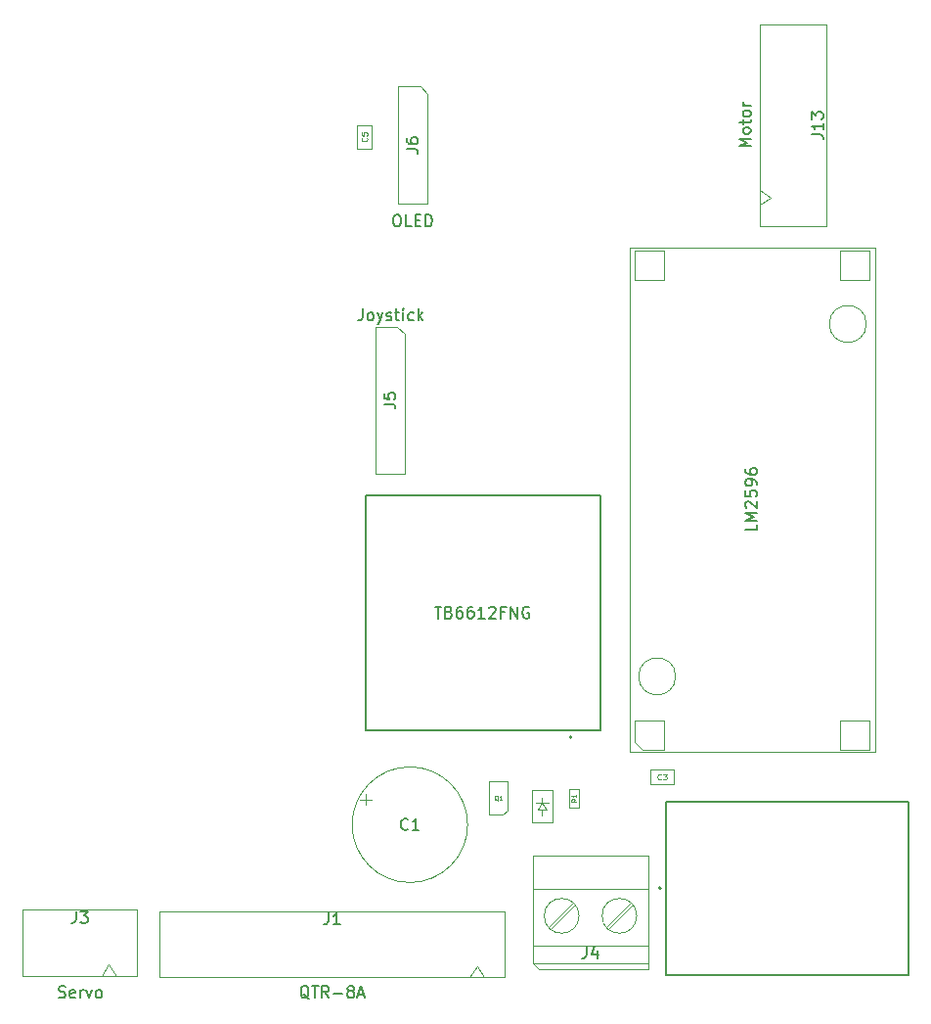
<source format=gbr>
%TF.GenerationSoftware,KiCad,Pcbnew,9.0.3*%
%TF.CreationDate,2026-01-04T16:05:15+07:00*%
%TF.ProjectId,shield,73686965-6c64-42e6-9b69-6361645f7063,rev?*%
%TF.SameCoordinates,Original*%
%TF.FileFunction,AssemblyDrawing,Top*%
%FSLAX46Y46*%
G04 Gerber Fmt 4.6, Leading zero omitted, Abs format (unit mm)*
G04 Created by KiCad (PCBNEW 9.0.3) date 2026-01-04 16:05:15*
%MOMM*%
%LPD*%
G01*
G04 APERTURE LIST*
%ADD10C,0.150000*%
%ADD11C,0.060000*%
%ADD12C,0.080000*%
%ADD13C,0.100000*%
%ADD14C,0.127000*%
%ADD15C,0.200000*%
G04 APERTURE END LIST*
D10*
X159929818Y-86424419D02*
X159929818Y-87138704D01*
X159929818Y-87138704D02*
X159882199Y-87281561D01*
X159882199Y-87281561D02*
X159786961Y-87376800D01*
X159786961Y-87376800D02*
X159644104Y-87424419D01*
X159644104Y-87424419D02*
X159548866Y-87424419D01*
X160548866Y-87424419D02*
X160453628Y-87376800D01*
X160453628Y-87376800D02*
X160406009Y-87329180D01*
X160406009Y-87329180D02*
X160358390Y-87233942D01*
X160358390Y-87233942D02*
X160358390Y-86948228D01*
X160358390Y-86948228D02*
X160406009Y-86852990D01*
X160406009Y-86852990D02*
X160453628Y-86805371D01*
X160453628Y-86805371D02*
X160548866Y-86757752D01*
X160548866Y-86757752D02*
X160691723Y-86757752D01*
X160691723Y-86757752D02*
X160786961Y-86805371D01*
X160786961Y-86805371D02*
X160834580Y-86852990D01*
X160834580Y-86852990D02*
X160882199Y-86948228D01*
X160882199Y-86948228D02*
X160882199Y-87233942D01*
X160882199Y-87233942D02*
X160834580Y-87329180D01*
X160834580Y-87329180D02*
X160786961Y-87376800D01*
X160786961Y-87376800D02*
X160691723Y-87424419D01*
X160691723Y-87424419D02*
X160548866Y-87424419D01*
X161215533Y-86757752D02*
X161453628Y-87424419D01*
X161691723Y-86757752D02*
X161453628Y-87424419D01*
X161453628Y-87424419D02*
X161358390Y-87662514D01*
X161358390Y-87662514D02*
X161310771Y-87710133D01*
X161310771Y-87710133D02*
X161215533Y-87757752D01*
X162025057Y-87376800D02*
X162120295Y-87424419D01*
X162120295Y-87424419D02*
X162310771Y-87424419D01*
X162310771Y-87424419D02*
X162406009Y-87376800D01*
X162406009Y-87376800D02*
X162453628Y-87281561D01*
X162453628Y-87281561D02*
X162453628Y-87233942D01*
X162453628Y-87233942D02*
X162406009Y-87138704D01*
X162406009Y-87138704D02*
X162310771Y-87091085D01*
X162310771Y-87091085D02*
X162167914Y-87091085D01*
X162167914Y-87091085D02*
X162072676Y-87043466D01*
X162072676Y-87043466D02*
X162025057Y-86948228D01*
X162025057Y-86948228D02*
X162025057Y-86900609D01*
X162025057Y-86900609D02*
X162072676Y-86805371D01*
X162072676Y-86805371D02*
X162167914Y-86757752D01*
X162167914Y-86757752D02*
X162310771Y-86757752D01*
X162310771Y-86757752D02*
X162406009Y-86805371D01*
X162739343Y-86757752D02*
X163120295Y-86757752D01*
X162882200Y-86424419D02*
X162882200Y-87281561D01*
X162882200Y-87281561D02*
X162929819Y-87376800D01*
X162929819Y-87376800D02*
X163025057Y-87424419D01*
X163025057Y-87424419D02*
X163120295Y-87424419D01*
X163453629Y-87424419D02*
X163453629Y-86757752D01*
X163453629Y-86424419D02*
X163406010Y-86472038D01*
X163406010Y-86472038D02*
X163453629Y-86519657D01*
X163453629Y-86519657D02*
X163501248Y-86472038D01*
X163501248Y-86472038D02*
X163453629Y-86424419D01*
X163453629Y-86424419D02*
X163453629Y-86519657D01*
X164358390Y-87376800D02*
X164263152Y-87424419D01*
X164263152Y-87424419D02*
X164072676Y-87424419D01*
X164072676Y-87424419D02*
X163977438Y-87376800D01*
X163977438Y-87376800D02*
X163929819Y-87329180D01*
X163929819Y-87329180D02*
X163882200Y-87233942D01*
X163882200Y-87233942D02*
X163882200Y-86948228D01*
X163882200Y-86948228D02*
X163929819Y-86852990D01*
X163929819Y-86852990D02*
X163977438Y-86805371D01*
X163977438Y-86805371D02*
X164072676Y-86757752D01*
X164072676Y-86757752D02*
X164263152Y-86757752D01*
X164263152Y-86757752D02*
X164358390Y-86805371D01*
X164786962Y-87424419D02*
X164786962Y-86424419D01*
X164882200Y-87043466D02*
X165167914Y-87424419D01*
X165167914Y-86757752D02*
X164786962Y-87138704D01*
X161785819Y-94673533D02*
X162500104Y-94673533D01*
X162500104Y-94673533D02*
X162642961Y-94721152D01*
X162642961Y-94721152D02*
X162738200Y-94816390D01*
X162738200Y-94816390D02*
X162785819Y-94959247D01*
X162785819Y-94959247D02*
X162785819Y-95054485D01*
X161785819Y-93721152D02*
X161785819Y-94197342D01*
X161785819Y-94197342D02*
X162262009Y-94244961D01*
X162262009Y-94244961D02*
X162214390Y-94197342D01*
X162214390Y-94197342D02*
X162166771Y-94102104D01*
X162166771Y-94102104D02*
X162166771Y-93864009D01*
X162166771Y-93864009D02*
X162214390Y-93768771D01*
X162214390Y-93768771D02*
X162262009Y-93721152D01*
X162262009Y-93721152D02*
X162357247Y-93673533D01*
X162357247Y-93673533D02*
X162595342Y-93673533D01*
X162595342Y-93673533D02*
X162690580Y-93721152D01*
X162690580Y-93721152D02*
X162738200Y-93768771D01*
X162738200Y-93768771D02*
X162785819Y-93864009D01*
X162785819Y-93864009D02*
X162785819Y-94102104D01*
X162785819Y-94102104D02*
X162738200Y-94197342D01*
X162738200Y-94197342D02*
X162690580Y-94244961D01*
X163871856Y-131398180D02*
X163824237Y-131445800D01*
X163824237Y-131445800D02*
X163681380Y-131493419D01*
X163681380Y-131493419D02*
X163586142Y-131493419D01*
X163586142Y-131493419D02*
X163443285Y-131445800D01*
X163443285Y-131445800D02*
X163348047Y-131350561D01*
X163348047Y-131350561D02*
X163300428Y-131255323D01*
X163300428Y-131255323D02*
X163252809Y-131064847D01*
X163252809Y-131064847D02*
X163252809Y-130921990D01*
X163252809Y-130921990D02*
X163300428Y-130731514D01*
X163300428Y-130731514D02*
X163348047Y-130636276D01*
X163348047Y-130636276D02*
X163443285Y-130541038D01*
X163443285Y-130541038D02*
X163586142Y-130493419D01*
X163586142Y-130493419D02*
X163681380Y-130493419D01*
X163681380Y-130493419D02*
X163824237Y-130541038D01*
X163824237Y-130541038D02*
X163871856Y-130588657D01*
X164824237Y-131493419D02*
X164252809Y-131493419D01*
X164538523Y-131493419D02*
X164538523Y-130493419D01*
X164538523Y-130493419D02*
X164443285Y-130636276D01*
X164443285Y-130636276D02*
X164348047Y-130731514D01*
X164348047Y-130731514D02*
X164252809Y-130779133D01*
X166194743Y-112185219D02*
X166766171Y-112185219D01*
X166480457Y-113185219D02*
X166480457Y-112185219D01*
X167432838Y-112661409D02*
X167575695Y-112709028D01*
X167575695Y-112709028D02*
X167623314Y-112756647D01*
X167623314Y-112756647D02*
X167670933Y-112851885D01*
X167670933Y-112851885D02*
X167670933Y-112994742D01*
X167670933Y-112994742D02*
X167623314Y-113089980D01*
X167623314Y-113089980D02*
X167575695Y-113137600D01*
X167575695Y-113137600D02*
X167480457Y-113185219D01*
X167480457Y-113185219D02*
X167099505Y-113185219D01*
X167099505Y-113185219D02*
X167099505Y-112185219D01*
X167099505Y-112185219D02*
X167432838Y-112185219D01*
X167432838Y-112185219D02*
X167528076Y-112232838D01*
X167528076Y-112232838D02*
X167575695Y-112280457D01*
X167575695Y-112280457D02*
X167623314Y-112375695D01*
X167623314Y-112375695D02*
X167623314Y-112470933D01*
X167623314Y-112470933D02*
X167575695Y-112566171D01*
X167575695Y-112566171D02*
X167528076Y-112613790D01*
X167528076Y-112613790D02*
X167432838Y-112661409D01*
X167432838Y-112661409D02*
X167099505Y-112661409D01*
X168528076Y-112185219D02*
X168337600Y-112185219D01*
X168337600Y-112185219D02*
X168242362Y-112232838D01*
X168242362Y-112232838D02*
X168194743Y-112280457D01*
X168194743Y-112280457D02*
X168099505Y-112423314D01*
X168099505Y-112423314D02*
X168051886Y-112613790D01*
X168051886Y-112613790D02*
X168051886Y-112994742D01*
X168051886Y-112994742D02*
X168099505Y-113089980D01*
X168099505Y-113089980D02*
X168147124Y-113137600D01*
X168147124Y-113137600D02*
X168242362Y-113185219D01*
X168242362Y-113185219D02*
X168432838Y-113185219D01*
X168432838Y-113185219D02*
X168528076Y-113137600D01*
X168528076Y-113137600D02*
X168575695Y-113089980D01*
X168575695Y-113089980D02*
X168623314Y-112994742D01*
X168623314Y-112994742D02*
X168623314Y-112756647D01*
X168623314Y-112756647D02*
X168575695Y-112661409D01*
X168575695Y-112661409D02*
X168528076Y-112613790D01*
X168528076Y-112613790D02*
X168432838Y-112566171D01*
X168432838Y-112566171D02*
X168242362Y-112566171D01*
X168242362Y-112566171D02*
X168147124Y-112613790D01*
X168147124Y-112613790D02*
X168099505Y-112661409D01*
X168099505Y-112661409D02*
X168051886Y-112756647D01*
X169480457Y-112185219D02*
X169289981Y-112185219D01*
X169289981Y-112185219D02*
X169194743Y-112232838D01*
X169194743Y-112232838D02*
X169147124Y-112280457D01*
X169147124Y-112280457D02*
X169051886Y-112423314D01*
X169051886Y-112423314D02*
X169004267Y-112613790D01*
X169004267Y-112613790D02*
X169004267Y-112994742D01*
X169004267Y-112994742D02*
X169051886Y-113089980D01*
X169051886Y-113089980D02*
X169099505Y-113137600D01*
X169099505Y-113137600D02*
X169194743Y-113185219D01*
X169194743Y-113185219D02*
X169385219Y-113185219D01*
X169385219Y-113185219D02*
X169480457Y-113137600D01*
X169480457Y-113137600D02*
X169528076Y-113089980D01*
X169528076Y-113089980D02*
X169575695Y-112994742D01*
X169575695Y-112994742D02*
X169575695Y-112756647D01*
X169575695Y-112756647D02*
X169528076Y-112661409D01*
X169528076Y-112661409D02*
X169480457Y-112613790D01*
X169480457Y-112613790D02*
X169385219Y-112566171D01*
X169385219Y-112566171D02*
X169194743Y-112566171D01*
X169194743Y-112566171D02*
X169099505Y-112613790D01*
X169099505Y-112613790D02*
X169051886Y-112661409D01*
X169051886Y-112661409D02*
X169004267Y-112756647D01*
X170528076Y-113185219D02*
X169956648Y-113185219D01*
X170242362Y-113185219D02*
X170242362Y-112185219D01*
X170242362Y-112185219D02*
X170147124Y-112328076D01*
X170147124Y-112328076D02*
X170051886Y-112423314D01*
X170051886Y-112423314D02*
X169956648Y-112470933D01*
X170909029Y-112280457D02*
X170956648Y-112232838D01*
X170956648Y-112232838D02*
X171051886Y-112185219D01*
X171051886Y-112185219D02*
X171289981Y-112185219D01*
X171289981Y-112185219D02*
X171385219Y-112232838D01*
X171385219Y-112232838D02*
X171432838Y-112280457D01*
X171432838Y-112280457D02*
X171480457Y-112375695D01*
X171480457Y-112375695D02*
X171480457Y-112470933D01*
X171480457Y-112470933D02*
X171432838Y-112613790D01*
X171432838Y-112613790D02*
X170861410Y-113185219D01*
X170861410Y-113185219D02*
X171480457Y-113185219D01*
X172242362Y-112661409D02*
X171909029Y-112661409D01*
X171909029Y-113185219D02*
X171909029Y-112185219D01*
X171909029Y-112185219D02*
X172385219Y-112185219D01*
X172766172Y-113185219D02*
X172766172Y-112185219D01*
X172766172Y-112185219D02*
X173337600Y-113185219D01*
X173337600Y-113185219D02*
X173337600Y-112185219D01*
X174337600Y-112232838D02*
X174242362Y-112185219D01*
X174242362Y-112185219D02*
X174099505Y-112185219D01*
X174099505Y-112185219D02*
X173956648Y-112232838D01*
X173956648Y-112232838D02*
X173861410Y-112328076D01*
X173861410Y-112328076D02*
X173813791Y-112423314D01*
X173813791Y-112423314D02*
X173766172Y-112613790D01*
X173766172Y-112613790D02*
X173766172Y-112756647D01*
X173766172Y-112756647D02*
X173813791Y-112947123D01*
X173813791Y-112947123D02*
X173861410Y-113042361D01*
X173861410Y-113042361D02*
X173956648Y-113137600D01*
X173956648Y-113137600D02*
X174099505Y-113185219D01*
X174099505Y-113185219D02*
X174194743Y-113185219D01*
X174194743Y-113185219D02*
X174337600Y-113137600D01*
X174337600Y-113137600D02*
X174385219Y-113089980D01*
X174385219Y-113089980D02*
X174385219Y-112756647D01*
X174385219Y-112756647D02*
X174194743Y-112756647D01*
D11*
X178439127Y-128819266D02*
X178248651Y-128952599D01*
X178439127Y-129047837D02*
X178039127Y-129047837D01*
X178039127Y-129047837D02*
X178039127Y-128895456D01*
X178039127Y-128895456D02*
X178058175Y-128857361D01*
X178058175Y-128857361D02*
X178077222Y-128838314D01*
X178077222Y-128838314D02*
X178115318Y-128819266D01*
X178115318Y-128819266D02*
X178172460Y-128819266D01*
X178172460Y-128819266D02*
X178210556Y-128838314D01*
X178210556Y-128838314D02*
X178229603Y-128857361D01*
X178229603Y-128857361D02*
X178248651Y-128895456D01*
X178248651Y-128895456D02*
X178248651Y-129047837D01*
X178439127Y-128438314D02*
X178439127Y-128666885D01*
X178439127Y-128552599D02*
X178039127Y-128552599D01*
X178039127Y-128552599D02*
X178096270Y-128590695D01*
X178096270Y-128590695D02*
X178134365Y-128628790D01*
X178134365Y-128628790D02*
X178153413Y-128666885D01*
X171665904Y-128961322D02*
X171627809Y-128942275D01*
X171627809Y-128942275D02*
X171589714Y-128904180D01*
X171589714Y-128904180D02*
X171532571Y-128847037D01*
X171532571Y-128847037D02*
X171494476Y-128827989D01*
X171494476Y-128827989D02*
X171456380Y-128827989D01*
X171475428Y-128923227D02*
X171437333Y-128904180D01*
X171437333Y-128904180D02*
X171399238Y-128866084D01*
X171399238Y-128866084D02*
X171380190Y-128789894D01*
X171380190Y-128789894D02*
X171380190Y-128656560D01*
X171380190Y-128656560D02*
X171399238Y-128580370D01*
X171399238Y-128580370D02*
X171437333Y-128542275D01*
X171437333Y-128542275D02*
X171475428Y-128523227D01*
X171475428Y-128523227D02*
X171551619Y-128523227D01*
X171551619Y-128523227D02*
X171589714Y-128542275D01*
X171589714Y-128542275D02*
X171627809Y-128580370D01*
X171627809Y-128580370D02*
X171646857Y-128656560D01*
X171646857Y-128656560D02*
X171646857Y-128789894D01*
X171646857Y-128789894D02*
X171627809Y-128866084D01*
X171627809Y-128866084D02*
X171589714Y-128904180D01*
X171589714Y-128904180D02*
X171551619Y-128923227D01*
X171551619Y-128923227D02*
X171475428Y-128923227D01*
X172027809Y-128923227D02*
X171799238Y-128923227D01*
X171913524Y-128923227D02*
X171913524Y-128523227D01*
X171913524Y-128523227D02*
X171875428Y-128580370D01*
X171875428Y-128580370D02*
X171837333Y-128618465D01*
X171837333Y-128618465D02*
X171799238Y-128637513D01*
D10*
X162834819Y-78297819D02*
X163025295Y-78297819D01*
X163025295Y-78297819D02*
X163120533Y-78345438D01*
X163120533Y-78345438D02*
X163215771Y-78440676D01*
X163215771Y-78440676D02*
X163263390Y-78631152D01*
X163263390Y-78631152D02*
X163263390Y-78964485D01*
X163263390Y-78964485D02*
X163215771Y-79154961D01*
X163215771Y-79154961D02*
X163120533Y-79250200D01*
X163120533Y-79250200D02*
X163025295Y-79297819D01*
X163025295Y-79297819D02*
X162834819Y-79297819D01*
X162834819Y-79297819D02*
X162739581Y-79250200D01*
X162739581Y-79250200D02*
X162644343Y-79154961D01*
X162644343Y-79154961D02*
X162596724Y-78964485D01*
X162596724Y-78964485D02*
X162596724Y-78631152D01*
X162596724Y-78631152D02*
X162644343Y-78440676D01*
X162644343Y-78440676D02*
X162739581Y-78345438D01*
X162739581Y-78345438D02*
X162834819Y-78297819D01*
X164168152Y-79297819D02*
X163691962Y-79297819D01*
X163691962Y-79297819D02*
X163691962Y-78297819D01*
X164501486Y-78774009D02*
X164834819Y-78774009D01*
X164977676Y-79297819D02*
X164501486Y-79297819D01*
X164501486Y-79297819D02*
X164501486Y-78297819D01*
X164501486Y-78297819D02*
X164977676Y-78297819D01*
X165406248Y-79297819D02*
X165406248Y-78297819D01*
X165406248Y-78297819D02*
X165644343Y-78297819D01*
X165644343Y-78297819D02*
X165787200Y-78345438D01*
X165787200Y-78345438D02*
X165882438Y-78440676D01*
X165882438Y-78440676D02*
X165930057Y-78535914D01*
X165930057Y-78535914D02*
X165977676Y-78726390D01*
X165977676Y-78726390D02*
X165977676Y-78869247D01*
X165977676Y-78869247D02*
X165930057Y-79059723D01*
X165930057Y-79059723D02*
X165882438Y-79154961D01*
X165882438Y-79154961D02*
X165787200Y-79250200D01*
X165787200Y-79250200D02*
X165644343Y-79297819D01*
X165644343Y-79297819D02*
X165406248Y-79297819D01*
X163742019Y-72596333D02*
X164456304Y-72596333D01*
X164456304Y-72596333D02*
X164599161Y-72643952D01*
X164599161Y-72643952D02*
X164694400Y-72739190D01*
X164694400Y-72739190D02*
X164742019Y-72882047D01*
X164742019Y-72882047D02*
X164742019Y-72977285D01*
X163742019Y-71691571D02*
X163742019Y-71882047D01*
X163742019Y-71882047D02*
X163789638Y-71977285D01*
X163789638Y-71977285D02*
X163837257Y-72024904D01*
X163837257Y-72024904D02*
X163980114Y-72120142D01*
X163980114Y-72120142D02*
X164170590Y-72167761D01*
X164170590Y-72167761D02*
X164551542Y-72167761D01*
X164551542Y-72167761D02*
X164646780Y-72120142D01*
X164646780Y-72120142D02*
X164694400Y-72072523D01*
X164694400Y-72072523D02*
X164742019Y-71977285D01*
X164742019Y-71977285D02*
X164742019Y-71786809D01*
X164742019Y-71786809D02*
X164694400Y-71691571D01*
X164694400Y-71691571D02*
X164646780Y-71643952D01*
X164646780Y-71643952D02*
X164551542Y-71596333D01*
X164551542Y-71596333D02*
X164313447Y-71596333D01*
X164313447Y-71596333D02*
X164218209Y-71643952D01*
X164218209Y-71643952D02*
X164170590Y-71691571D01*
X164170590Y-71691571D02*
X164122971Y-71786809D01*
X164122971Y-71786809D02*
X164122971Y-71977285D01*
X164122971Y-71977285D02*
X164170590Y-72072523D01*
X164170590Y-72072523D02*
X164218209Y-72120142D01*
X164218209Y-72120142D02*
X164313447Y-72167761D01*
X133651857Y-145949200D02*
X133794714Y-145996819D01*
X133794714Y-145996819D02*
X134032809Y-145996819D01*
X134032809Y-145996819D02*
X134128047Y-145949200D01*
X134128047Y-145949200D02*
X134175666Y-145901580D01*
X134175666Y-145901580D02*
X134223285Y-145806342D01*
X134223285Y-145806342D02*
X134223285Y-145711104D01*
X134223285Y-145711104D02*
X134175666Y-145615866D01*
X134175666Y-145615866D02*
X134128047Y-145568247D01*
X134128047Y-145568247D02*
X134032809Y-145520628D01*
X134032809Y-145520628D02*
X133842333Y-145473009D01*
X133842333Y-145473009D02*
X133747095Y-145425390D01*
X133747095Y-145425390D02*
X133699476Y-145377771D01*
X133699476Y-145377771D02*
X133651857Y-145282533D01*
X133651857Y-145282533D02*
X133651857Y-145187295D01*
X133651857Y-145187295D02*
X133699476Y-145092057D01*
X133699476Y-145092057D02*
X133747095Y-145044438D01*
X133747095Y-145044438D02*
X133842333Y-144996819D01*
X133842333Y-144996819D02*
X134080428Y-144996819D01*
X134080428Y-144996819D02*
X134223285Y-145044438D01*
X135032809Y-145949200D02*
X134937571Y-145996819D01*
X134937571Y-145996819D02*
X134747095Y-145996819D01*
X134747095Y-145996819D02*
X134651857Y-145949200D01*
X134651857Y-145949200D02*
X134604238Y-145853961D01*
X134604238Y-145853961D02*
X134604238Y-145473009D01*
X134604238Y-145473009D02*
X134651857Y-145377771D01*
X134651857Y-145377771D02*
X134747095Y-145330152D01*
X134747095Y-145330152D02*
X134937571Y-145330152D01*
X134937571Y-145330152D02*
X135032809Y-145377771D01*
X135032809Y-145377771D02*
X135080428Y-145473009D01*
X135080428Y-145473009D02*
X135080428Y-145568247D01*
X135080428Y-145568247D02*
X134604238Y-145663485D01*
X135509000Y-145996819D02*
X135509000Y-145330152D01*
X135509000Y-145520628D02*
X135556619Y-145425390D01*
X135556619Y-145425390D02*
X135604238Y-145377771D01*
X135604238Y-145377771D02*
X135699476Y-145330152D01*
X135699476Y-145330152D02*
X135794714Y-145330152D01*
X136032810Y-145330152D02*
X136270905Y-145996819D01*
X136270905Y-145996819D02*
X136509000Y-145330152D01*
X137032810Y-145996819D02*
X136937572Y-145949200D01*
X136937572Y-145949200D02*
X136889953Y-145901580D01*
X136889953Y-145901580D02*
X136842334Y-145806342D01*
X136842334Y-145806342D02*
X136842334Y-145520628D01*
X136842334Y-145520628D02*
X136889953Y-145425390D01*
X136889953Y-145425390D02*
X136937572Y-145377771D01*
X136937572Y-145377771D02*
X137032810Y-145330152D01*
X137032810Y-145330152D02*
X137175667Y-145330152D01*
X137175667Y-145330152D02*
X137270905Y-145377771D01*
X137270905Y-145377771D02*
X137318524Y-145425390D01*
X137318524Y-145425390D02*
X137366143Y-145520628D01*
X137366143Y-145520628D02*
X137366143Y-145806342D01*
X137366143Y-145806342D02*
X137318524Y-145901580D01*
X137318524Y-145901580D02*
X137270905Y-145949200D01*
X137270905Y-145949200D02*
X137175667Y-145996819D01*
X137175667Y-145996819D02*
X137032810Y-145996819D01*
X135139466Y-138537619D02*
X135139466Y-139251904D01*
X135139466Y-139251904D02*
X135091847Y-139394761D01*
X135091847Y-139394761D02*
X134996609Y-139490000D01*
X134996609Y-139490000D02*
X134853752Y-139537619D01*
X134853752Y-139537619D02*
X134758514Y-139537619D01*
X135520419Y-138537619D02*
X136139466Y-138537619D01*
X136139466Y-138537619D02*
X135806133Y-138918571D01*
X135806133Y-138918571D02*
X135948990Y-138918571D01*
X135948990Y-138918571D02*
X136044228Y-138966190D01*
X136044228Y-138966190D02*
X136091847Y-139013809D01*
X136091847Y-139013809D02*
X136139466Y-139109047D01*
X136139466Y-139109047D02*
X136139466Y-139347142D01*
X136139466Y-139347142D02*
X136091847Y-139442380D01*
X136091847Y-139442380D02*
X136044228Y-139490000D01*
X136044228Y-139490000D02*
X135948990Y-139537619D01*
X135948990Y-139537619D02*
X135663276Y-139537619D01*
X135663276Y-139537619D02*
X135568038Y-139490000D01*
X135568038Y-139490000D02*
X135520419Y-139442380D01*
X194079019Y-105062066D02*
X194079019Y-105538256D01*
X194079019Y-105538256D02*
X193079019Y-105538256D01*
X194079019Y-104728732D02*
X193079019Y-104728732D01*
X193079019Y-104728732D02*
X193793304Y-104395399D01*
X193793304Y-104395399D02*
X193079019Y-104062066D01*
X193079019Y-104062066D02*
X194079019Y-104062066D01*
X193174257Y-103633494D02*
X193126638Y-103585875D01*
X193126638Y-103585875D02*
X193079019Y-103490637D01*
X193079019Y-103490637D02*
X193079019Y-103252542D01*
X193079019Y-103252542D02*
X193126638Y-103157304D01*
X193126638Y-103157304D02*
X193174257Y-103109685D01*
X193174257Y-103109685D02*
X193269495Y-103062066D01*
X193269495Y-103062066D02*
X193364733Y-103062066D01*
X193364733Y-103062066D02*
X193507590Y-103109685D01*
X193507590Y-103109685D02*
X194079019Y-103681113D01*
X194079019Y-103681113D02*
X194079019Y-103062066D01*
X193079019Y-102157304D02*
X193079019Y-102633494D01*
X193079019Y-102633494D02*
X193555209Y-102681113D01*
X193555209Y-102681113D02*
X193507590Y-102633494D01*
X193507590Y-102633494D02*
X193459971Y-102538256D01*
X193459971Y-102538256D02*
X193459971Y-102300161D01*
X193459971Y-102300161D02*
X193507590Y-102204923D01*
X193507590Y-102204923D02*
X193555209Y-102157304D01*
X193555209Y-102157304D02*
X193650447Y-102109685D01*
X193650447Y-102109685D02*
X193888542Y-102109685D01*
X193888542Y-102109685D02*
X193983780Y-102157304D01*
X193983780Y-102157304D02*
X194031400Y-102204923D01*
X194031400Y-102204923D02*
X194079019Y-102300161D01*
X194079019Y-102300161D02*
X194079019Y-102538256D01*
X194079019Y-102538256D02*
X194031400Y-102633494D01*
X194031400Y-102633494D02*
X193983780Y-102681113D01*
X194079019Y-101633494D02*
X194079019Y-101443018D01*
X194079019Y-101443018D02*
X194031400Y-101347780D01*
X194031400Y-101347780D02*
X193983780Y-101300161D01*
X193983780Y-101300161D02*
X193840923Y-101204923D01*
X193840923Y-101204923D02*
X193650447Y-101157304D01*
X193650447Y-101157304D02*
X193269495Y-101157304D01*
X193269495Y-101157304D02*
X193174257Y-101204923D01*
X193174257Y-101204923D02*
X193126638Y-101252542D01*
X193126638Y-101252542D02*
X193079019Y-101347780D01*
X193079019Y-101347780D02*
X193079019Y-101538256D01*
X193079019Y-101538256D02*
X193126638Y-101633494D01*
X193126638Y-101633494D02*
X193174257Y-101681113D01*
X193174257Y-101681113D02*
X193269495Y-101728732D01*
X193269495Y-101728732D02*
X193507590Y-101728732D01*
X193507590Y-101728732D02*
X193602828Y-101681113D01*
X193602828Y-101681113D02*
X193650447Y-101633494D01*
X193650447Y-101633494D02*
X193698066Y-101538256D01*
X193698066Y-101538256D02*
X193698066Y-101347780D01*
X193698066Y-101347780D02*
X193650447Y-101252542D01*
X193650447Y-101252542D02*
X193602828Y-101204923D01*
X193602828Y-101204923D02*
X193507590Y-101157304D01*
X193079019Y-100300161D02*
X193079019Y-100490637D01*
X193079019Y-100490637D02*
X193126638Y-100585875D01*
X193126638Y-100585875D02*
X193174257Y-100633494D01*
X193174257Y-100633494D02*
X193317114Y-100728732D01*
X193317114Y-100728732D02*
X193507590Y-100776351D01*
X193507590Y-100776351D02*
X193888542Y-100776351D01*
X193888542Y-100776351D02*
X193983780Y-100728732D01*
X193983780Y-100728732D02*
X194031400Y-100681113D01*
X194031400Y-100681113D02*
X194079019Y-100585875D01*
X194079019Y-100585875D02*
X194079019Y-100395399D01*
X194079019Y-100395399D02*
X194031400Y-100300161D01*
X194031400Y-100300161D02*
X193983780Y-100252542D01*
X193983780Y-100252542D02*
X193888542Y-100204923D01*
X193888542Y-100204923D02*
X193650447Y-100204923D01*
X193650447Y-100204923D02*
X193555209Y-100252542D01*
X193555209Y-100252542D02*
X193507590Y-100300161D01*
X193507590Y-100300161D02*
X193459971Y-100395399D01*
X193459971Y-100395399D02*
X193459971Y-100585875D01*
X193459971Y-100585875D02*
X193507590Y-100681113D01*
X193507590Y-100681113D02*
X193555209Y-100728732D01*
X193555209Y-100728732D02*
X193650447Y-100776351D01*
D12*
X160301130Y-71635133D02*
X160324940Y-71658942D01*
X160324940Y-71658942D02*
X160348749Y-71730371D01*
X160348749Y-71730371D02*
X160348749Y-71777990D01*
X160348749Y-71777990D02*
X160324940Y-71849418D01*
X160324940Y-71849418D02*
X160277320Y-71897037D01*
X160277320Y-71897037D02*
X160229701Y-71920847D01*
X160229701Y-71920847D02*
X160134463Y-71944656D01*
X160134463Y-71944656D02*
X160063035Y-71944656D01*
X160063035Y-71944656D02*
X159967797Y-71920847D01*
X159967797Y-71920847D02*
X159920178Y-71897037D01*
X159920178Y-71897037D02*
X159872559Y-71849418D01*
X159872559Y-71849418D02*
X159848749Y-71777990D01*
X159848749Y-71777990D02*
X159848749Y-71730371D01*
X159848749Y-71730371D02*
X159872559Y-71658942D01*
X159872559Y-71658942D02*
X159896368Y-71635133D01*
X159848749Y-71182752D02*
X159848749Y-71420847D01*
X159848749Y-71420847D02*
X160086844Y-71444656D01*
X160086844Y-71444656D02*
X160063035Y-71420847D01*
X160063035Y-71420847D02*
X160039225Y-71373228D01*
X160039225Y-71373228D02*
X160039225Y-71254180D01*
X160039225Y-71254180D02*
X160063035Y-71206561D01*
X160063035Y-71206561D02*
X160086844Y-71182752D01*
X160086844Y-71182752D02*
X160134463Y-71158942D01*
X160134463Y-71158942D02*
X160253511Y-71158942D01*
X160253511Y-71158942D02*
X160301130Y-71182752D01*
X160301130Y-71182752D02*
X160324940Y-71206561D01*
X160324940Y-71206561D02*
X160348749Y-71254180D01*
X160348749Y-71254180D02*
X160348749Y-71373228D01*
X160348749Y-71373228D02*
X160324940Y-71420847D01*
X160324940Y-71420847D02*
X160301130Y-71444656D01*
D10*
X193540319Y-72369133D02*
X192540319Y-72369133D01*
X192540319Y-72369133D02*
X193254604Y-72035800D01*
X193254604Y-72035800D02*
X192540319Y-71702467D01*
X192540319Y-71702467D02*
X193540319Y-71702467D01*
X193540319Y-71083419D02*
X193492700Y-71178657D01*
X193492700Y-71178657D02*
X193445080Y-71226276D01*
X193445080Y-71226276D02*
X193349842Y-71273895D01*
X193349842Y-71273895D02*
X193064128Y-71273895D01*
X193064128Y-71273895D02*
X192968890Y-71226276D01*
X192968890Y-71226276D02*
X192921271Y-71178657D01*
X192921271Y-71178657D02*
X192873652Y-71083419D01*
X192873652Y-71083419D02*
X192873652Y-70940562D01*
X192873652Y-70940562D02*
X192921271Y-70845324D01*
X192921271Y-70845324D02*
X192968890Y-70797705D01*
X192968890Y-70797705D02*
X193064128Y-70750086D01*
X193064128Y-70750086D02*
X193349842Y-70750086D01*
X193349842Y-70750086D02*
X193445080Y-70797705D01*
X193445080Y-70797705D02*
X193492700Y-70845324D01*
X193492700Y-70845324D02*
X193540319Y-70940562D01*
X193540319Y-70940562D02*
X193540319Y-71083419D01*
X192873652Y-70464371D02*
X192873652Y-70083419D01*
X192540319Y-70321514D02*
X193397461Y-70321514D01*
X193397461Y-70321514D02*
X193492700Y-70273895D01*
X193492700Y-70273895D02*
X193540319Y-70178657D01*
X193540319Y-70178657D02*
X193540319Y-70083419D01*
X193540319Y-69607228D02*
X193492700Y-69702466D01*
X193492700Y-69702466D02*
X193445080Y-69750085D01*
X193445080Y-69750085D02*
X193349842Y-69797704D01*
X193349842Y-69797704D02*
X193064128Y-69797704D01*
X193064128Y-69797704D02*
X192968890Y-69750085D01*
X192968890Y-69750085D02*
X192921271Y-69702466D01*
X192921271Y-69702466D02*
X192873652Y-69607228D01*
X192873652Y-69607228D02*
X192873652Y-69464371D01*
X192873652Y-69464371D02*
X192921271Y-69369133D01*
X192921271Y-69369133D02*
X192968890Y-69321514D01*
X192968890Y-69321514D02*
X193064128Y-69273895D01*
X193064128Y-69273895D02*
X193349842Y-69273895D01*
X193349842Y-69273895D02*
X193445080Y-69321514D01*
X193445080Y-69321514D02*
X193492700Y-69369133D01*
X193492700Y-69369133D02*
X193540319Y-69464371D01*
X193540319Y-69464371D02*
X193540319Y-69607228D01*
X193540319Y-68845323D02*
X192873652Y-68845323D01*
X193064128Y-68845323D02*
X192968890Y-68797704D01*
X192968890Y-68797704D02*
X192921271Y-68750085D01*
X192921271Y-68750085D02*
X192873652Y-68654847D01*
X192873652Y-68654847D02*
X192873652Y-68559609D01*
X198810019Y-71345323D02*
X199524304Y-71345323D01*
X199524304Y-71345323D02*
X199667161Y-71392942D01*
X199667161Y-71392942D02*
X199762400Y-71488180D01*
X199762400Y-71488180D02*
X199810019Y-71631037D01*
X199810019Y-71631037D02*
X199810019Y-71726275D01*
X199810019Y-70345323D02*
X199810019Y-70916751D01*
X199810019Y-70631037D02*
X198810019Y-70631037D01*
X198810019Y-70631037D02*
X198952876Y-70726275D01*
X198952876Y-70726275D02*
X199048114Y-70821513D01*
X199048114Y-70821513D02*
X199095733Y-70916751D01*
X198810019Y-70011989D02*
X198810019Y-69392942D01*
X198810019Y-69392942D02*
X199190971Y-69726275D01*
X199190971Y-69726275D02*
X199190971Y-69583418D01*
X199190971Y-69583418D02*
X199238590Y-69488180D01*
X199238590Y-69488180D02*
X199286209Y-69440561D01*
X199286209Y-69440561D02*
X199381447Y-69392942D01*
X199381447Y-69392942D02*
X199619542Y-69392942D01*
X199619542Y-69392942D02*
X199714780Y-69440561D01*
X199714780Y-69440561D02*
X199762400Y-69488180D01*
X199762400Y-69488180D02*
X199810019Y-69583418D01*
X199810019Y-69583418D02*
X199810019Y-69869132D01*
X199810019Y-69869132D02*
X199762400Y-69964370D01*
X199762400Y-69964370D02*
X199714780Y-70011989D01*
D12*
X185793866Y-127103330D02*
X185770057Y-127127140D01*
X185770057Y-127127140D02*
X185698628Y-127150949D01*
X185698628Y-127150949D02*
X185651009Y-127150949D01*
X185651009Y-127150949D02*
X185579581Y-127127140D01*
X185579581Y-127127140D02*
X185531962Y-127079520D01*
X185531962Y-127079520D02*
X185508152Y-127031901D01*
X185508152Y-127031901D02*
X185484343Y-126936663D01*
X185484343Y-126936663D02*
X185484343Y-126865235D01*
X185484343Y-126865235D02*
X185508152Y-126769997D01*
X185508152Y-126769997D02*
X185531962Y-126722378D01*
X185531962Y-126722378D02*
X185579581Y-126674759D01*
X185579581Y-126674759D02*
X185651009Y-126650949D01*
X185651009Y-126650949D02*
X185698628Y-126650949D01*
X185698628Y-126650949D02*
X185770057Y-126674759D01*
X185770057Y-126674759D02*
X185793866Y-126698568D01*
X185960533Y-126650949D02*
X186270057Y-126650949D01*
X186270057Y-126650949D02*
X186103390Y-126841425D01*
X186103390Y-126841425D02*
X186174819Y-126841425D01*
X186174819Y-126841425D02*
X186222438Y-126865235D01*
X186222438Y-126865235D02*
X186246247Y-126889044D01*
X186246247Y-126889044D02*
X186270057Y-126936663D01*
X186270057Y-126936663D02*
X186270057Y-127055711D01*
X186270057Y-127055711D02*
X186246247Y-127103330D01*
X186246247Y-127103330D02*
X186222438Y-127127140D01*
X186222438Y-127127140D02*
X186174819Y-127150949D01*
X186174819Y-127150949D02*
X186031962Y-127150949D01*
X186031962Y-127150949D02*
X185984343Y-127127140D01*
X185984343Y-127127140D02*
X185960533Y-127103330D01*
D10*
X179342466Y-141575788D02*
X179342466Y-142290073D01*
X179342466Y-142290073D02*
X179294847Y-142432930D01*
X179294847Y-142432930D02*
X179199609Y-142528169D01*
X179199609Y-142528169D02*
X179056752Y-142575788D01*
X179056752Y-142575788D02*
X178961514Y-142575788D01*
X180247228Y-141909121D02*
X180247228Y-142575788D01*
X180009133Y-141528169D02*
X179771038Y-142242454D01*
X179771038Y-142242454D02*
X180390085Y-142242454D01*
X155303790Y-146092057D02*
X155208552Y-146044438D01*
X155208552Y-146044438D02*
X155113314Y-145949200D01*
X155113314Y-145949200D02*
X154970457Y-145806342D01*
X154970457Y-145806342D02*
X154875219Y-145758723D01*
X154875219Y-145758723D02*
X154779981Y-145758723D01*
X154827600Y-145996819D02*
X154732362Y-145949200D01*
X154732362Y-145949200D02*
X154637124Y-145853961D01*
X154637124Y-145853961D02*
X154589505Y-145663485D01*
X154589505Y-145663485D02*
X154589505Y-145330152D01*
X154589505Y-145330152D02*
X154637124Y-145139676D01*
X154637124Y-145139676D02*
X154732362Y-145044438D01*
X154732362Y-145044438D02*
X154827600Y-144996819D01*
X154827600Y-144996819D02*
X155018076Y-144996819D01*
X155018076Y-144996819D02*
X155113314Y-145044438D01*
X155113314Y-145044438D02*
X155208552Y-145139676D01*
X155208552Y-145139676D02*
X155256171Y-145330152D01*
X155256171Y-145330152D02*
X155256171Y-145663485D01*
X155256171Y-145663485D02*
X155208552Y-145853961D01*
X155208552Y-145853961D02*
X155113314Y-145949200D01*
X155113314Y-145949200D02*
X155018076Y-145996819D01*
X155018076Y-145996819D02*
X154827600Y-145996819D01*
X155541886Y-144996819D02*
X156113314Y-144996819D01*
X155827600Y-145996819D02*
X155827600Y-144996819D01*
X157018076Y-145996819D02*
X156684743Y-145520628D01*
X156446648Y-145996819D02*
X156446648Y-144996819D01*
X156446648Y-144996819D02*
X156827600Y-144996819D01*
X156827600Y-144996819D02*
X156922838Y-145044438D01*
X156922838Y-145044438D02*
X156970457Y-145092057D01*
X156970457Y-145092057D02*
X157018076Y-145187295D01*
X157018076Y-145187295D02*
X157018076Y-145330152D01*
X157018076Y-145330152D02*
X156970457Y-145425390D01*
X156970457Y-145425390D02*
X156922838Y-145473009D01*
X156922838Y-145473009D02*
X156827600Y-145520628D01*
X156827600Y-145520628D02*
X156446648Y-145520628D01*
X157446648Y-145615866D02*
X158208553Y-145615866D01*
X158827600Y-145425390D02*
X158732362Y-145377771D01*
X158732362Y-145377771D02*
X158684743Y-145330152D01*
X158684743Y-145330152D02*
X158637124Y-145234914D01*
X158637124Y-145234914D02*
X158637124Y-145187295D01*
X158637124Y-145187295D02*
X158684743Y-145092057D01*
X158684743Y-145092057D02*
X158732362Y-145044438D01*
X158732362Y-145044438D02*
X158827600Y-144996819D01*
X158827600Y-144996819D02*
X159018076Y-144996819D01*
X159018076Y-144996819D02*
X159113314Y-145044438D01*
X159113314Y-145044438D02*
X159160933Y-145092057D01*
X159160933Y-145092057D02*
X159208552Y-145187295D01*
X159208552Y-145187295D02*
X159208552Y-145234914D01*
X159208552Y-145234914D02*
X159160933Y-145330152D01*
X159160933Y-145330152D02*
X159113314Y-145377771D01*
X159113314Y-145377771D02*
X159018076Y-145425390D01*
X159018076Y-145425390D02*
X158827600Y-145425390D01*
X158827600Y-145425390D02*
X158732362Y-145473009D01*
X158732362Y-145473009D02*
X158684743Y-145520628D01*
X158684743Y-145520628D02*
X158637124Y-145615866D01*
X158637124Y-145615866D02*
X158637124Y-145806342D01*
X158637124Y-145806342D02*
X158684743Y-145901580D01*
X158684743Y-145901580D02*
X158732362Y-145949200D01*
X158732362Y-145949200D02*
X158827600Y-145996819D01*
X158827600Y-145996819D02*
X159018076Y-145996819D01*
X159018076Y-145996819D02*
X159113314Y-145949200D01*
X159113314Y-145949200D02*
X159160933Y-145901580D01*
X159160933Y-145901580D02*
X159208552Y-145806342D01*
X159208552Y-145806342D02*
X159208552Y-145615866D01*
X159208552Y-145615866D02*
X159160933Y-145520628D01*
X159160933Y-145520628D02*
X159113314Y-145473009D01*
X159113314Y-145473009D02*
X159018076Y-145425390D01*
X159589505Y-145711104D02*
X160065695Y-145711104D01*
X159494267Y-145996819D02*
X159827600Y-144996819D01*
X159827600Y-144996819D02*
X160160933Y-145996819D01*
X156994266Y-138656219D02*
X156994266Y-139370504D01*
X156994266Y-139370504D02*
X156946647Y-139513361D01*
X156946647Y-139513361D02*
X156851409Y-139608600D01*
X156851409Y-139608600D02*
X156708552Y-139656219D01*
X156708552Y-139656219D02*
X156613314Y-139656219D01*
X157994266Y-139656219D02*
X157422838Y-139656219D01*
X157708552Y-139656219D02*
X157708552Y-138656219D01*
X157708552Y-138656219D02*
X157613314Y-138799076D01*
X157613314Y-138799076D02*
X157518076Y-138894314D01*
X157518076Y-138894314D02*
X157422838Y-138941933D01*
D13*
%TO.C,J5*%
X161061000Y-87990200D02*
X162966000Y-87990200D01*
X161061000Y-100690200D02*
X161061000Y-87990200D01*
X162966000Y-87990200D02*
X163601000Y-88625200D01*
X163601000Y-88625200D02*
X163601000Y-100690200D01*
X163601000Y-100690200D02*
X161061000Y-100690200D01*
%TO.C,C1*%
X169038523Y-131038600D02*
G75*
G02*
X159038523Y-131038600I-5000000J0D01*
G01*
X159038523Y-131038600D02*
G75*
G02*
X169038523Y-131038600I5000000J0D01*
G01*
X160249662Y-128351100D02*
X160249662Y-129351100D01*
X159749662Y-128851100D02*
X160749662Y-128851100D01*
D14*
%TO.C,U3*%
X160177600Y-122890400D02*
X180497600Y-122890400D01*
X160177600Y-102570400D02*
X160177600Y-122890400D01*
X180497600Y-102570400D02*
X160177600Y-102570400D01*
X180497600Y-122890400D02*
X180497600Y-102570400D01*
D15*
X178057600Y-123458600D02*
G75*
G02*
X177857600Y-123458600I-100000J0D01*
G01*
X177857600Y-123458600D02*
G75*
G02*
X178057600Y-123458600I100000J0D01*
G01*
D13*
%TO.C,D1*%
X176388600Y-128063800D02*
X176388600Y-130863800D01*
X174588600Y-128063800D02*
X176388600Y-128063800D01*
X175488600Y-128713800D02*
X175488600Y-129113800D01*
X175488600Y-129113800D02*
X176038600Y-129113800D01*
X175488600Y-129113800D02*
X174938600Y-129113800D01*
X175488600Y-129113800D02*
X175888600Y-129713800D01*
X175888600Y-129713800D02*
X175088600Y-129713800D01*
X175488600Y-129713800D02*
X175488600Y-130213800D01*
X175088600Y-129713800D02*
X175488600Y-129113800D01*
X176388600Y-130863800D02*
X174588600Y-130863800D01*
X174588600Y-130863800D02*
X174588600Y-128063800D01*
%TO.C,R1*%
X178669700Y-127952600D02*
X178669700Y-129552600D01*
X177844700Y-127952600D02*
X178669700Y-127952600D01*
X178669700Y-129552600D02*
X177844700Y-129552600D01*
X177844700Y-129552600D02*
X177844700Y-127952600D01*
%TO.C,Q1*%
X170904000Y-127291300D02*
X172504000Y-127291300D01*
X170904000Y-130191300D02*
X170904000Y-127291300D01*
X172104000Y-130191300D02*
X170904000Y-130191300D01*
X172504000Y-127291300D02*
X172504000Y-129791300D01*
X172504000Y-129791300D02*
X172104000Y-130191300D01*
%TO.C,J6*%
X165557200Y-77343000D02*
X163017200Y-77343000D01*
X165557200Y-67818000D02*
X165557200Y-77343000D01*
X164922200Y-67183000D02*
X165557200Y-67818000D01*
X163017200Y-77343000D02*
X163017200Y-67183000D01*
X163017200Y-67183000D02*
X164922200Y-67183000D01*
%TO.C,J3*%
X130522800Y-138382800D02*
X130522800Y-144132800D01*
X130522800Y-144132800D02*
X140422800Y-144132800D01*
X137972800Y-143132800D02*
X137347800Y-144132800D01*
X138597800Y-144132800D02*
X137972800Y-143132800D01*
X140422800Y-138382800D02*
X130522800Y-138382800D01*
X140422800Y-144132800D02*
X140422800Y-138382800D01*
D15*
%TO.C,SW1*%
X185797600Y-136525000D02*
G75*
G02*
X185597600Y-136525000I-100000J0D01*
G01*
X185597600Y-136525000D02*
G75*
G02*
X185797600Y-136525000I100000J0D01*
G01*
D14*
X186197600Y-144025000D02*
X186197600Y-129025000D01*
X207197600Y-144025000D02*
X186197600Y-144025000D01*
X207197600Y-129025000D02*
X207197600Y-144025000D01*
X186197600Y-129025000D02*
X207197600Y-129025000D01*
D13*
%TO.C,U1*%
X183050400Y-81171600D02*
X183050400Y-124771600D01*
X183050400Y-124771600D02*
X204350400Y-124771600D01*
X183540400Y-81381600D02*
X186080400Y-81381600D01*
X183540400Y-83921600D02*
X183540400Y-81381600D01*
X183540400Y-122021600D02*
X186080400Y-122021600D01*
X183540400Y-123926600D02*
X183540400Y-122021600D01*
X184175400Y-124561600D02*
X183540400Y-123926600D01*
X186080400Y-81381600D02*
X186080400Y-83921600D01*
X186080400Y-83921600D02*
X183540400Y-83921600D01*
X186080400Y-122021600D02*
X186080400Y-124561600D01*
X186080400Y-124561600D02*
X184175400Y-124561600D01*
X201320400Y-81381600D02*
X203860400Y-81381600D01*
X201320400Y-83921600D02*
X201320400Y-81381600D01*
X201320400Y-122021600D02*
X203860400Y-122021600D01*
X201320400Y-124561600D02*
X201320400Y-122021600D01*
X203860400Y-81381600D02*
X203860400Y-83921600D01*
X203860400Y-83921600D02*
X201320400Y-83921600D01*
X203860400Y-122021600D02*
X203860400Y-124561600D01*
X203860400Y-124561600D02*
X201320400Y-124561600D01*
X204350400Y-81171600D02*
X183050400Y-81171600D01*
X204350400Y-124771600D02*
X204350400Y-81171600D01*
X187044399Y-118211600D02*
G75*
G02*
X183846401Y-118211600I-1598999J0D01*
G01*
X183846401Y-118211600D02*
G75*
G02*
X187044399Y-118211600I1598999J0D01*
G01*
X203554400Y-87731600D02*
G75*
G02*
X200356400Y-87731600I-1599000J0D01*
G01*
X200356400Y-87731600D02*
G75*
G02*
X203554400Y-87731600I1599000J0D01*
G01*
%TO.C,C5*%
X159496600Y-72551800D02*
X159496600Y-70551800D01*
X160746600Y-72551800D02*
X159496600Y-72551800D01*
X159496600Y-70551800D02*
X160746600Y-70551800D01*
X160746600Y-70551800D02*
X160746600Y-72551800D01*
%TO.C,J13*%
X194305200Y-61835800D02*
X194305200Y-79235800D01*
X194305200Y-77410800D02*
X195305200Y-76785800D01*
X194305200Y-79235800D02*
X200055200Y-79235800D01*
X195305200Y-76785800D02*
X194305200Y-76160800D01*
X200055200Y-61835800D02*
X194305200Y-61835800D01*
X200055200Y-79235800D02*
X200055200Y-61835800D01*
%TO.C,C3*%
X184877200Y-126298800D02*
X186877200Y-126298800D01*
X184877200Y-127548800D02*
X184877200Y-126298800D01*
X186877200Y-126298800D02*
X186877200Y-127548800D01*
X186877200Y-127548800D02*
X184877200Y-127548800D01*
%TO.C,J4*%
X183675800Y-138920969D02*
G75*
G02*
X180675800Y-138920969I-1500000J0D01*
G01*
X180675800Y-138920969D02*
G75*
G02*
X183675800Y-138920969I1500000J0D01*
G01*
X178675800Y-138920969D02*
G75*
G02*
X175675800Y-138920969I-1500000J0D01*
G01*
X175675800Y-138920969D02*
G75*
G02*
X178675800Y-138920969I1500000J0D01*
G01*
X184675800Y-143520969D02*
X175175800Y-143520969D01*
X184675800Y-133720969D02*
X184675800Y-143520969D01*
X183313800Y-137965969D02*
X181220800Y-140058969D01*
X183130800Y-137782969D02*
X181037800Y-139875969D01*
X178313800Y-137965969D02*
X176220800Y-140058969D01*
X178130800Y-137782969D02*
X176037800Y-139875969D01*
X175175800Y-143520969D02*
X174675800Y-143020969D01*
X174675800Y-143020969D02*
X184675800Y-143020969D01*
X174675800Y-143020969D02*
X174675800Y-133720969D01*
X174675800Y-141520969D02*
X184675800Y-141520969D01*
X174675800Y-136620969D02*
X184675800Y-136620969D01*
X174675800Y-133720969D02*
X184675800Y-133720969D01*
%TO.C,J1*%
X172277600Y-144251400D02*
X172277600Y-138501400D01*
X172277600Y-138501400D02*
X142377600Y-138501400D01*
X170452600Y-144251400D02*
X169827600Y-143251400D01*
X169827600Y-143251400D02*
X169202600Y-144251400D01*
X142377600Y-144251400D02*
X172277600Y-144251400D01*
X142377600Y-138501400D02*
X142377600Y-144251400D01*
%TD*%
M02*

</source>
